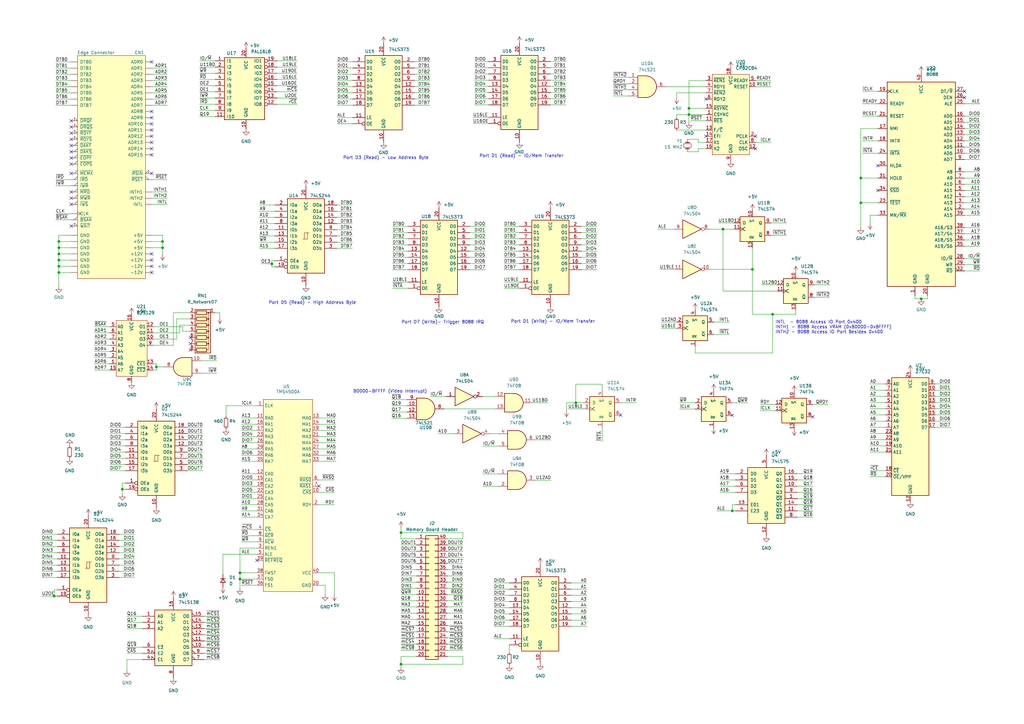
<source format=kicad_sch>
(kicad_sch (version 20211123) (generator eeschema)
  (paper "A3")
  (title_block (title "Titan QX-PC Expansion Card") (date "2022-05-17") (rev "Preliminary"))
  (junction (at 353.06 73.025))
  (junction (at 98.425 234.95))
  (junction (at 353.06 83.185))
  (junction (at 316.865 128.905))
  (junction (at 282.575 44.45))
  (junction (at 300.355 209.55))
  (junction (at 377.825 122.555))
  (junction (at 296.545 93.98))
  (junction (at 24.13 111.76))
  (junction (at 22.225 244.475))
  (junction (at 98.425 237.49))
  (junction (at 282.575 46.99))
  (junction (at 164.465 272.415))
  (junction (at 164.465 218.44))
  (junction (at 24.13 104.14))
  (junction (at 50.165 200.66))
  (junction (at 66.675 101.6))
  (junction (at 24.13 99.06))
  (junction (at 66.675 99.06))
  (junction (at 24.13 109.22))
  (junction (at 308.61 110.49))
  (junction (at 111.506 108.204))
  (junction (at 24.13 106.68))
  (junction (at 64.135 150.495))
  (junction (at 24.13 101.6))
  (junction (at 236.1692 165.1762))
  (no_connect (at 360.045 67.945))
  (no_connect (at 62.23 55.88))
  (no_connect (at 62.23 53.34))
  (no_connect (at 62.23 50.8))
  (no_connect (at 62.23 48.26))
  (no_connect (at 62.23 63.5))
  (no_connect (at 62.23 60.96))
  (no_connect (at 62.23 58.42))
  (no_connect (at 29.21 49.53))
  (no_connect (at 29.21 54.61))
  (no_connect (at 29.21 78.74))
  (no_connect (at 29.21 92.71))
  (no_connect (at 29.21 59.69))
  (no_connect (at 29.21 64.77))
  (no_connect (at 62.23 71.12))
  (no_connect (at 62.23 25.4))
  (no_connect (at 254.5842 170.2562))
  (no_connect (at 300.3296 170.307))
  (no_connect (at 333.3496 170.942))
  (no_connect (at 78.105 138.43))
  (no_connect (at 78.105 140.97))
  (no_connect (at 78.105 143.51))
  (no_connect (at 395.605 37.465))
  (no_connect (at 395.605 40.005))
  (no_connect (at 360.045 78.105))
  (no_connect (at 289.56 55.88))
  (no_connect (at 289.56 40.64))
  (no_connect (at 130.81 199.39))
  (no_connect (at 105.41 229.87))
  (no_connect (at 309.88 55.88))
  (no_connect (at 309.88 60.96))
  (no_connect (at 62.23 45.72))
  (no_connect (at 29.21 52.07))
  (no_connect (at 29.21 83.82))
  (no_connect (at 29.21 81.28))
  (no_connect (at 29.21 67.31))
  (no_connect (at 29.21 71.12))
  (no_connect (at 29.21 62.23))
  (no_connect (at 29.21 57.15))
  (no_connect (at 62.23 104.14))
  (no_connect (at 62.23 106.68))
  (no_connect (at 62.23 109.22))
  (no_connect (at 62.23 111.76))
  (wire (pts (xy 286.385 60.96) (xy 286.385 62.23)))
  (wire (pts (xy 206.7052 115.697) (xy 213.0552 115.697)))
  (wire (pts (xy 192.7352 105.537) (xy 199.0852 105.537)))
  (wire (pts (xy 294.64 91.44) (xy 300.99 91.44)))
  (wire (pts (xy 308.61 128.905) (xy 308.61 110.49)))
  (wire (pts (xy 91.44 227.33) (xy 91.44 235.585)))
  (wire (pts (xy 62.23 73.66) (xy 68.58 73.66)))
  (wire (pts (xy 170.0276 30.4292) (xy 176.3776 30.4292)))
  (wire (pts (xy 160.9852 102.997) (xy 167.3352 102.997)))
  (wire (pts (xy 383.54 172.72) (xy 389.89 172.72)))
  (wire (pts (xy 183.515 264.16) (xy 189.865 264.16)))
  (wire (pts (xy 225.7552 35.4076) (xy 232.1052 35.4076)))
  (wire (pts (xy 98.425 224.79) (xy 98.425 234.95)))
  (wire (pts (xy 301.625 207.01) (xy 300.355 207.01)))
  (wire (pts (xy 164.465 272.415) (xy 164.465 273.685)))
  (wire (pts (xy 81.8642 27.5082) (xy 88.2142 27.5082)))
  (wire (pts (xy 64.135 150.495) (xy 64.135 151.765)))
  (wire (pts (xy 48.895 221.615) (xy 55.245 221.615)))
  (wire (pts (xy 62.23 43.18) (xy 68.58 43.18)))
  (wire (pts (xy 38.735 149.225) (xy 45.085 149.225)))
  (wire (pts (xy 232.9942 167.7162) (xy 239.3442 167.7162)))
  (wire (pts (xy 58.42 270.51) (xy 52.07 270.51)))
  (wire (pts (xy 92.71 170.815) (xy 92.71 166.37)))
  (wire (pts (xy 206.7052 92.837) (xy 213.0552 92.837)))
  (wire (pts (xy 22.86 30.48) (xy 29.21 30.48)))
  (wire (pts (xy 164.465 266.7) (xy 170.815 266.7)))
  (wire (pts (xy 76.835 190.5) (xy 83.185 190.5)))
  (wire (pts (xy 353.06 83.185) (xy 353.06 93.345)))
  (wire (pts (xy 206.7052 102.997) (xy 213.0552 102.997)))
  (wire (pts (xy 251.46 34.29) (xy 257.81 34.29)))
  (wire (pts (xy 52.07 267.97) (xy 58.42 267.97)))
  (wire (pts (xy 66.675 96.52) (xy 66.675 99.06)))
  (wire (pts (xy 353.06 52.705) (xy 360.045 52.705)))
  (wire (pts (xy 356.87 167.64) (xy 363.22 167.64)))
  (wire (pts (xy 62.23 101.6) (xy 66.675 101.6)))
  (wire (pts (xy 81.8642 37.6682) (xy 88.2142 37.6682)))
  (wire (pts (xy 360.045 88.265) (xy 356.87 88.265)))
  (wire (pts (xy 164.465 236.22) (xy 170.815 236.22)))
  (wire (pts (xy 72.39 130.81) (xy 78.105 130.81)))
  (wire (pts (xy 81.8642 32.5882) (xy 88.2142 32.5882)))
  (wire (pts (xy 309.88 35.56) (xy 316.23 35.56)))
  (wire (pts (xy 356.87 172.72) (xy 363.22 172.72)))
  (wire (pts (xy 395.605 78.105) (xy 401.955 78.105)))
  (wire (pts (xy 289.56 33.02) (xy 282.575 33.02)))
  (wire (pts (xy 81.8642 40.2082) (xy 88.2142 40.2082)))
  (wire (pts (xy 106.426 91.694) (xy 112.776 91.694)))
  (wire (pts (xy 24.13 109.22) (xy 29.21 109.22)))
  (wire (pts (xy 234.2896 251.7902) (xy 240.6396 251.7902)))
  (wire (pts (xy 206.7052 108.077) (xy 213.0552 108.077)))
  (wire (pts (xy 138.176 89.154) (xy 144.526 89.154)))
  (wire (pts (xy 192.7352 100.457) (xy 199.0852 100.457)))
  (wire (pts (xy 383.54 160.02) (xy 389.89 160.02)))
  (wire (pts (xy 138.2776 35.5092) (xy 144.6276 35.5092)))
  (wire (pts (xy 48.895 226.695) (xy 55.245 226.695)))
  (wire (pts (xy 395.605 62.865) (xy 401.955 62.865)))
  (wire (pts (xy 225.7552 30.3276) (xy 232.1052 30.3276)))
  (wire (pts (xy 395.605 47.625) (xy 401.955 47.625)))
  (wire (pts (xy 192.7352 110.617) (xy 199.0852 110.617)))
  (wire (pts (xy 395.605 50.165) (xy 401.955 50.165)))
  (wire (pts (xy 130.81 207.01) (xy 137.16 207.01)))
  (wire (pts (xy 164.465 241.3) (xy 170.815 241.3)))
  (wire (pts (xy 194.6402 32.8676) (xy 200.3552 32.8676)))
  (wire (pts (xy 356.87 195.58) (xy 363.22 195.58)))
  (wire (pts (xy 17.145 236.855) (xy 23.495 236.855)))
  (wire (pts (xy 183.515 236.22) (xy 189.865 236.22)))
  (wire (pts (xy 333.3496 165.862) (xy 339.6996 165.862)))
  (wire (pts (xy 133.35 240.03) (xy 133.35 243.84)))
  (wire (pts (xy 48.895 236.855) (xy 55.245 236.855)))
  (wire (pts (xy 45.085 180.34) (xy 51.435 180.34)))
  (wire (pts (xy 72.39 139.065) (xy 72.39 130.81)))
  (wire (pts (xy 296.545 119.38) (xy 296.545 93.98)))
  (wire (pts (xy 170.0276 40.5892) (xy 176.3776 40.5892)))
  (wire (pts (xy 206.7052 95.377) (xy 213.0552 95.377)))
  (wire (pts (xy 88.9 147.955) (xy 82.55 147.955)))
  (wire (pts (xy 164.465 238.76) (xy 170.815 238.76)))
  (wire (pts (xy 291.465 93.98) (xy 296.545 93.98)))
  (wire (pts (xy 22.86 73.66) (xy 29.21 73.66)))
  (wire (pts (xy 395.605 95.885) (xy 401.955 95.885)))
  (wire (pts (xy 160.6042 168.9862) (xy 166.9542 168.9862)))
  (wire (pts (xy 99.06 201.93) (xy 105.41 201.93)))
  (wire (pts (xy 271.145 132.08) (xy 277.495 132.08)))
  (wire (pts (xy 192.7352 102.997) (xy 199.0852 102.997)))
  (wire (pts (xy 295.275 194.31) (xy 301.625 194.31)))
  (wire (pts (xy 99.06 222.25) (xy 105.41 222.25)))
  (wire (pts (xy 356.87 170.18) (xy 363.22 170.18)))
  (wire (pts (xy 24.13 109.22) (xy 24.13 111.76)))
  (wire (pts (xy 83.82 257.81) (xy 90.17 257.81)))
  (wire (pts (xy 99.06 171.45) (xy 105.41 171.45)))
  (wire (pts (xy 183.515 256.54) (xy 189.865 256.54)))
  (wire (pts (xy 62.23 81.28) (xy 68.58 81.28)))
  (wire (pts (xy 219.6592 180.4162) (xy 226.0092 180.4162)))
  (wire (pts (xy 138.176 84.074) (xy 144.526 84.074)))
  (wire (pts (xy 99.06 199.39) (xy 105.41 199.39)))
  (wire (pts (xy 83.82 262.89) (xy 90.17 262.89)))
  (wire (pts (xy 234.2896 244.1702) (xy 240.6396 244.1702)))
  (wire (pts (xy 90.17 128.27) (xy 90.17 130.175)))
  (wire (pts (xy 383.54 175.26) (xy 389.89 175.26)))
  (wire (pts (xy 106.426 101.854) (xy 112.776 101.854)))
  (wire (pts (xy 62.23 35.56) (xy 68.58 35.56)))
  (wire (pts (xy 48.895 231.775) (xy 55.245 231.775)))
  (wire (pts (xy 164.465 264.16) (xy 170.815 264.16)))
  (wire (pts (xy 24.13 106.68) (xy 29.21 106.68)))
  (wire (pts (xy 380.365 121.285) (xy 380.365 122.555)))
  (wire (pts (xy 106.426 99.314) (xy 112.776 99.314)))
  (wire (pts (xy 278.7396 167.767) (xy 285.0896 167.767)))
  (wire (pts (xy 295.275 196.85) (xy 301.625 196.85)))
  (wire (pts (xy 277.495 46.99) (xy 282.575 46.99)))
  (wire (pts (xy 24.13 99.06) (xy 29.21 99.06)))
  (wire (pts (xy 138.2776 27.8892) (xy 144.6276 27.8892)))
  (wire (pts (xy 22.86 33.02) (xy 29.21 33.02)))
  (wire (pts (xy 183.515 254) (xy 189.865 254)))
  (wire (pts (xy 183.515 220.98) (xy 189.865 220.98)))
  (wire (pts (xy 327.025 199.39) (xy 333.375 199.39)))
  (wire (pts (xy 353.695 42.545) (xy 360.045 42.545)))
  (wire (pts (xy 71.12 128.27) (xy 71.12 141.605)))
  (wire (pts (xy 238.4552 105.537) (xy 244.8052 105.537)))
  (wire (pts (xy 52.07 257.81) (xy 58.42 257.81)))
  (wire (pts (xy 113.6142 32.5882) (xy 121.8692 32.5882)))
  (wire (pts (xy 334.01 116.84) (xy 340.36 116.84)))
  (wire (pts (xy 62.23 30.48) (xy 68.58 30.48)))
  (wire (pts (xy 24.13 106.68) (xy 24.13 109.22)))
  (wire (pts (xy 251.46 31.75) (xy 257.81 31.75)))
  (wire (pts (xy 395.605 111.125) (xy 401.955 111.125)))
  (wire (pts (xy 278.7396 165.227) (xy 285.0896 165.227)))
  (wire (pts (xy 22.225 241.935) (xy 22.225 244.475)))
  (wire (pts (xy 160.6042 163.9062) (xy 166.9542 163.9062)))
  (wire (pts (xy 73.66 136.525) (xy 73.66 133.35)))
  (wire (pts (xy 183.515 238.76) (xy 189.865 238.76)))
  (wire (pts (xy 130.81 186.69) (xy 137.795 186.69)))
  (wire (pts (xy 66.675 101.6) (xy 66.675 104.14)))
  (wire (pts (xy 194.6402 30.3276) (xy 200.3552 30.3276)))
  (wire (pts (xy 62.23 78.74) (xy 68.58 78.74)))
  (wire (pts (xy 295.275 199.39) (xy 301.625 199.39)))
  (wire (pts (xy 99.06 240.03) (xy 105.41 240.03)))
  (wire (pts (xy 282.575 44.45) (xy 289.56 44.45)))
  (wire (pts (xy 183.515 243.84) (xy 189.865 243.84)))
  (wire (pts (xy 76.835 177.8) (xy 83.185 177.8)))
  (wire (pts (xy 316.865 144.78) (xy 285.115 144.78)))
  (wire (pts (xy 206.7052 118.237) (xy 213.0552 118.237)))
  (wire (pts (xy 395.605 85.725) (xy 401.955 85.725)))
  (wire (pts (xy 356.87 193.04) (xy 363.22 193.04)))
  (wire (pts (xy 327.025 194.31) (xy 333.375 194.31)))
  (wire (pts (xy 113.6142 30.0482) (xy 121.8692 30.0482)))
  (wire (pts (xy 277.495 38.1) (xy 277.495 40.005)))
  (wire (pts (xy 160.9852 92.837) (xy 167.3352 92.837)))
  (wire (pts (xy 218.3892 165.1762) (xy 224.7392 165.1762)))
  (wire (pts (xy 356.87 182.88) (xy 363.22 182.88)))
  (wire (pts (xy 130.81 171.45) (xy 137.795 171.45)))
  (wire (pts (xy 239.3442 165.1762) (xy 236.1692 165.1762)))
  (wire (pts (xy 99.06 176.53) (xy 105.41 176.53)))
  (wire (pts (xy 286.385 58.42) (xy 286.385 57.15)))
  (wire (pts (xy 130.81 179.07) (xy 137.795 179.07)))
  (wire (pts (xy 17.145 221.615) (xy 23.495 221.615)))
  (wire (pts (xy 291.465 110.49) (xy 308.61 110.49)))
  (wire (pts (xy 99.06 207.01) (xy 105.41 207.01)))
  (wire (pts (xy 38.735 136.525) (xy 45.085 136.525)))
  (wire (pts (xy 62.23 33.02) (xy 68.58 33.02)))
  (wire (pts (xy 183.515 233.68) (xy 189.865 233.68)))
  (wire (pts (xy 62.23 83.82) (xy 68.58 83.82)))
  (wire (pts (xy 99.06 204.47) (xy 105.41 204.47)))
  (wire (pts (xy 138.2776 40.5892) (xy 144.6276 40.5892)))
  (wire (pts (xy 164.465 269.24) (xy 170.815 269.24)))
  (wire (pts (xy 236.1692 165.1762) (xy 232.3592 165.1762)))
  (wire (pts (xy 189.865 269.24) (xy 189.865 272.415)))
  (wire (pts (xy 112.776 106.934) (xy 111.506 106.934)))
  (wire (pts (xy 395.605 52.705) (xy 401.955 52.705)))
  (wire (pts (xy 91.44 227.33) (xy 105.41 227.33)))
  (wire (pts (xy 164.465 226.06) (xy 170.815 226.06)))
  (wire (pts (xy 22.86 25.4) (xy 29.21 25.4)))
  (wire (pts (xy 183.515 228.6) (xy 189.865 228.6)))
  (wire (pts (xy 138.2776 38.0492) (xy 144.6276 38.0492)))
  (wire (pts (xy 138.176 99.314) (xy 144.526 99.314)))
  (wire (pts (xy 208.8896 264.4902) (xy 208.8896 267.6652)))
  (wire (pts (xy 377.825 122.555) (xy 380.365 122.555)))
  (wire (pts (xy 198.0692 194.3862) (xy 204.4192 194.3862)))
  (wire (pts (xy 74.93 135.89) (xy 78.105 135.89)))
  (wire (pts (xy 99.06 217.17) (xy 105.41 217.17)))
  (wire (pts (xy 282.575 33.02) (xy 282.575 44.45)))
  (wire (pts (xy 192.7352 92.837) (xy 199.0852 92.837)))
  (wire (pts (xy 164.465 243.84) (xy 170.815 243.84)))
  (wire (pts (xy 24.13 99.06) (xy 24.13 101.6)))
  (wire (pts (xy 138.176 86.614) (xy 144.526 86.614)))
  (wire (pts (xy 99.06 209.55) (xy 105.41 209.55)))
  (wire (pts (xy 76.835 185.42) (xy 83.185 185.42)))
  (wire (pts (xy 183.515 259.08) (xy 189.865 259.08)))
  (wire (pts (xy 182.1942 167.7162) (xy 203.1492 167.7162)))
  (wire (pts (xy 99.06 212.09) (xy 105.41 212.09)))
  (wire (pts (xy 17.145 226.695) (xy 23.495 226.695)))
  (wire (pts (xy 192.7352 108.077) (xy 199.0852 108.077)))
  (wire (pts (xy 327.025 201.93) (xy 333.375 201.93)))
  (wire (pts (xy 281.94 57.15) (xy 286.385 57.15)))
  (wire (pts (xy 176.4792 162.6362) (xy 182.8292 162.6362)))
  (wire (pts (xy 48.895 234.315) (xy 55.245 234.315)))
  (wire (pts (xy 164.465 259.08) (xy 170.815 259.08)))
  (wire (pts (xy 81.8642 24.9682) (xy 88.2142 24.9682)))
  (wire (pts (xy 113.6142 35.1282) (xy 121.8692 35.1282)))
  (wire (pts (xy 99.06 196.85) (xy 105.41 196.85)))
  (wire (pts (xy 76.835 180.34) (xy 83.185 180.34)))
  (wire (pts (xy 164.465 269.24) (xy 164.465 272.415)))
  (wire (pts (xy 292.735 132.08) (xy 299.085 132.08)))
  (wire (pts (xy 76.835 182.88) (xy 83.185 182.88)))
  (wire (pts (xy 164.465 233.68) (xy 170.815 233.68)))
  (wire (pts (xy 24.13 96.52) (xy 24.13 99.06)))
  (wire (pts (xy 99.06 181.61) (xy 105.41 181.61)))
  (wire (pts (xy 78.105 128.27) (xy 71.12 128.27)))
  (wire (pts (xy 356.87 88.265) (xy 356.87 91.44)))
  (wire (pts (xy 138.2776 43.1292) (xy 144.6276 43.1292)))
  (wire (pts (xy 281.94 62.23) (xy 286.385 62.23)))
  (wire (pts (xy 106.426 86.614) (xy 112.776 86.614)))
  (wire (pts (xy 111.506 106.934) (xy 111.506 108.204)))
  (wire (pts (xy 225.7552 32.8676) (xy 232.1052 32.8676)))
  (wire (pts (xy 356.87 180.34) (xy 363.22 180.34)))
  (wire (pts (xy 138.2776 50.7492) (xy 144.6276 50.7492)))
  (wire (pts (xy 238.4552 102.997) (xy 244.8052 102.997)))
  (wire (pts (xy 277.495 48.26) (xy 277.495 46.99)))
  (wire (pts (xy 395.605 98.425) (xy 401.955 98.425)))
  (wire (pts (xy 138.2776 25.3492) (xy 144.6276 25.3492)))
  (wire (pts (xy 113.6142 42.7482) (xy 121.8692 42.7482)))
  (wire (pts (xy 138.176 94.234) (xy 144.526 94.234)))
  (wire (pts (xy 17.145 219.075) (xy 23.495 219.075)))
  (wire (pts (xy 353.695 57.785) (xy 360.045 57.785)))
  (wire (pts (xy 271.145 134.62) (xy 277.495 134.62)))
  (wire (pts (xy 194.6402 43.0276) (xy 200.3552 43.0276)))
  (wire (pts (xy 254.5842 165.1762) (xy 260.9342 165.1762)))
  (wire (pts (xy 83.82 260.35) (xy 90.17 260.35)))
  (wire (pts (xy 202.5396 239.0902) (xy 208.8896 239.0902)))
  (wire (pts (xy 76.835 193.04) (xy 83.185 193.04)))
  (wire (pts (xy 111.506 108.204) (xy 111.506 109.474)))
  (wire (pts (xy 219.6592 196.9262) (xy 226.0092 196.9262)))
  (wire (pts (xy 296.545 119.38) (xy 318.77 119.38)))
  (wire (pts (xy 206.7052 105.537) (xy 213.0552 105.537)))
  (wire (pts (xy 52.07 265.43) (xy 58.42 265.43)))
  (wire (pts (xy 45.085 187.96) (xy 51.435 187.96)))
  (wire (pts (xy 395.605 83.185) (xy 401.955 83.185)))
  (wire (pts (xy 282.575 46.99) (xy 289.56 46.99)))
  (wire (pts (xy 170.0276 38.0492) (xy 176.3776 38.0492)))
  (wire (pts (xy 111.506 109.474) (xy 112.776 109.474)))
  (wire (pts (xy 311.7596 168.402) (xy 318.1096 168.402)))
  (wire (pts (xy 327.025 196.85) (xy 333.375 196.85)))
  (wire (pts (xy 113.6142 24.9682) (xy 121.8692 24.9682)))
  (wire (pts (xy 296.545 93.98) (xy 300.99 93.98)))
  (wire (pts (xy 198.0692 162.6362) (xy 203.1492 162.6362)))
  (wire (pts (xy 24.13 104.14) (xy 29.21 104.14)))
  (wire (pts (xy 130.81 240.03) (xy 133.35 240.03)))
  (wire (pts (xy 194.0052 48.1076) (xy 200.3552 48.1076)))
  (wire (pts (xy 170.0276 27.8892) (xy 176.3776 27.8892)))
  (wire (pts (xy 22.86 38.1) (xy 29.21 38.1)))
  (wire (pts (xy 300.355 207.01) (xy 300.355 209.55)))
  (wire (pts (xy 88.265 128.27) (xy 90.17 128.27)))
  (wire (pts (xy 22.225 244.475) (xy 23.495 244.475)))
  (wire (pts (xy 130.81 234.95) (xy 137.16 234.95)))
  (wire (pts (xy 294.005 209.55) (xy 300.355 209.55)))
  (wire (pts (xy 138.2776 48.2092) (xy 144.6276 48.2092)))
  (wire (pts (xy 179.6542 177.8762) (xy 186.0042 177.8762)))
  (wire (pts (xy 48.895 224.155) (xy 55.245 224.155)))
  (wire (pts (xy 64.135 149.225) (xy 64.135 150.495)))
  (wire (pts (xy 282.575 44.45) (xy 282.575 46.99)))
  (wire (pts (xy 395.605 42.545) (xy 401.955 42.545)))
  (wire (pts (xy 22.86 76.2) (xy 29.21 76.2)))
  (wire (pts (xy 38.735 146.685) (xy 45.085 146.685)))
  (wire (pts (xy 164.465 248.92) (xy 170.815 248.92)))
  (wire (pts (xy 383.54 165.1) (xy 389.89 165.1)))
  (wire (pts (xy 24.13 111.76) (xy 24.13 117.475)))
  (wire (pts (xy 383.54 167.64) (xy 389.89 167.64)))
  (wire (pts (xy 192.7352 95.377) (xy 199.0852 95.377)))
  (wire (pts (xy 17.145 224.155) (xy 23.495 224.155)))
  (wire (pts (xy 130.81 173.99) (xy 137.795 173.99)))
  (wire (pts (xy 269.875 93.98) (xy 276.225 93.98)))
  (wire (pts (xy 192.7352 97.917) (xy 199.0852 97.917)))
  (wire (pts (xy 160.9852 97.917) (xy 167.3352 97.917)))
  (wire (pts (xy 238.4552 108.077) (xy 244.8052 108.077)))
  (wire (pts (xy 238.4552 110.617) (xy 244.8052 110.617)))
  (wire (pts (xy 160.9852 108.077) (xy 167.3352 108.077)))
  (wire (pts (xy 164.465 228.6) (xy 170.815 228.6)))
  (wire (pts (xy 308.61 128.905) (xy 316.865 128.905)))
  (wire (pts (xy 202.5396 241.6302) (xy 208.8896 241.6302)))
  (wire (pts (xy 130.81 201.93) (xy 137.16 201.93)))
  (wire (pts (xy 194.6402 37.9476) (xy 200.3552 37.9476)))
  (wire (pts (xy 356.87 160.02) (xy 363.22 160.02)))
  (wire (pts (xy 160.9852 118.237) (xy 167.3352 118.237)))
  (wire (pts (xy 38.735 141.605) (xy 45.085 141.605)))
  (wire (pts (xy 88.9 153.035) (xy 82.55 153.035)))
  (wire (pts (xy 52.07 255.27) (xy 58.42 255.27)))
  (wire (pts (xy 98.425 234.95) (xy 105.41 234.95)))
  (wire (pts (xy 22.86 87.63) (xy 29.21 87.63)))
  (wire (pts (xy 183.515 226.06) (xy 189.865 226.06)))
  (wire (pts (xy 285.115 144.78) (xy 285.115 142.24)))
  (wire (pts (xy 238.4552 97.917) (xy 244.8052 97.917)))
  (wire (pts (xy 164.465 231.14) (xy 170.815 231.14)))
  (wire (pts (xy 183.515 251.46) (xy 189.865 251.46)))
  (wire (pts (xy 81.8642 47.8282) (xy 88.2142 47.8282)))
  (wire (pts (xy 160.9852 115.697) (xy 167.3352 115.697)))
  (wire (pts (xy 164.465 223.52) (xy 170.815 223.52)))
  (wire (pts (xy 202.5396 261.9502) (xy 208.8896 261.9502)))
  (wire (pts (xy 160.9852 105.537) (xy 167.3352 105.537)))
  (wire (pts (xy 106.426 84.074) (xy 112.776 84.074)))
  (wire (pts (xy 105.41 224.79) (xy 98.425 224.79)))
  (wire (pts (xy 383.54 162.56) (xy 389.89 162.56)))
  (wire (pts (xy 395.605 93.345) (xy 401.955 93.345)))
  (wire (pts (xy 81.8642 42.7482) (xy 88.2142 42.7482)))
  (wire (pts (xy 160.9852 110.617) (xy 167.3352 110.617)))
  (wire (pts (xy 395.605 88.265) (xy 401.955 88.265)))
  (wire (pts (xy 81.8642 45.2882) (xy 88.2142 45.2882)))
  (wire (pts (xy 225.7552 43.0276) (xy 232.1052 43.0276)))
  (wire (pts (xy 234.2896 246.7102) (xy 240.6396 246.7102)))
  (wire (pts (xy 395.605 65.405) (xy 401.955 65.405)))
  (wire (pts (xy 353.695 37.465) (xy 360.045 37.465)))
  (wire (pts (xy 83.82 267.97) (xy 90.17 267.97)))
  (wire (pts (xy 22.86 35.56) (xy 29.21 35.56)))
  (wire (pts (xy 164.465 254) (xy 170.815 254)))
  (wire (pts (xy 202.5396 254.3302) (xy 208.8896 254.3302)))
  (wire (pts (xy 270.51 110.49) (xy 276.225 110.49)))
  (wire (pts (xy 238.4552 95.377) (xy 244.8052 95.377)))
  (wire (pts (xy 83.82 265.43) (xy 90.17 265.43)))
  (wire (pts (xy 99.06 184.15) (xy 105.41 184.15)))
  (wire (pts (xy 234.2896 241.6302) (xy 240.6396 241.6302)))
  (wire (pts (xy 160.9852 100.457) (xy 167.3352 100.457)))
  (wire (pts (xy 17.145 231.775) (xy 23.495 231.775)))
  (wire (pts (xy 234.2896 249.2502) (xy 240.6396 249.2502)))
  (wire (pts (xy 292.735 137.16) (xy 299.085 137.16)))
  (wire (pts (xy 170.0276 43.1292) (xy 176.3776 43.1292)))
  (wire (pts (xy 38.735 133.985) (xy 45.085 133.985)))
  (wire (pts (xy 24.13 104.14) (xy 24.13 106.68)))
  (wire (pts (xy 99.06 189.23) (xy 105.41 189.23)))
  (wire (pts (xy 383.54 170.18) (xy 389.89 170.18)))
  (wire (pts (xy 164.465 218.44) (xy 189.865 218.44)))
  (wire (pts (xy 189.865 218.44) (xy 189.865 220.98)))
  (wire (pts (xy 99.06 173.99) (xy 105.41 173.99)))
  (wire (pts (xy 194.6402 27.7876) (xy 200.3552 27.7876)))
  (wire (pts (xy 170.0276 25.3492) (xy 176.3776 25.3492)))
  (wire (pts (xy 312.42 116.84) (xy 318.77 116.84)))
  (wire (pts (xy 395.605 108.585) (xy 401.955 108.585)))
  (wire (pts (xy 164.465 246.38) (xy 170.815 246.38)))
  (wire (pts (xy 375.285 121.285) (xy 375.285 122.555)))
  (wire (pts (xy 92.71 166.37) (xy 105.41 166.37)))
  (wire (pts (xy 62.865 133.985) (xy 74.93 133.985)))
  (wire (pts (xy 106.426 94.234) (xy 112.776 94.234)))
  (wire (pts (xy 66.675 99.06) (xy 66.675 101.6)))
  (wire (pts (xy 62.23 38.1) (xy 68.58 38.1)))
  (wire (pts (xy 236.1692 157.5562) (xy 246.9642 157.5562)))
  (wire (pts (xy 395.605 73.025) (xy 401.955 73.025)))
  (wire (pts (xy 300.355 209.55) (xy 301.625 209.55)))
  (wire (pts (xy 353.06 73.025) (xy 360.045 73.025)))
  (wire (pts (xy 113.6142 27.5082) (xy 121.8692 27.5082)))
  (wire (pts (xy 300.3296 165.227) (xy 306.6796 165.227)))
  (wire (pts (xy 289.56 58.42) (xy 286.385 58.42)))
  (wire (pts (xy 356.87 177.8) (xy 363.22 177.8)))
  (wire (pts (xy 356.87 162.56) (xy 363.22 162.56)))
  (wire (pts (xy 98.425 237.49) (xy 105.41 237.49)))
  (wire (pts (xy 74.93 133.985) (xy 74.93 135.89)))
  (wire (pts (xy 316.23 91.44) (xy 322.58 91.44)))
  (wire (pts (xy 238.4552 100.457) (xy 244.8052 100.457)))
  (wire (pts (xy 395.605 80.645) (xy 401.955 80.645)))
  (wire (pts (xy 45.085 185.42) (xy 51.435 185.42)))
  (wire (pts (xy 234.2896 256.8702) (xy 240.6396 256.8702)))
  (wire (pts (xy 64.135 150.495) (xy 67.31 150.495)))
  (wire (pts (xy 83.82 255.27) (xy 90.17 255.27)))
  (wire (pts (xy 206.7052 110.617) (xy 213.0552 110.617)))
  (wire (pts (xy 138.176 91.694) (xy 144.526 91.694)))
  (wire (pts (xy 295.275 201.93) (xy 301.625 201.93)))
  (wire (pts (xy 76.835 175.26) (xy 83.185 175.26)))
  (wire (pts (xy 202.5396 244.1702) (xy 208.8896 244.1702)))
  (wire (pts (xy 277.495 53.34) (xy 289.56 53.34)))
  (wire (pts (xy 64.135 151.765) (xy 62.865 151.765)))
  (wire (pts (xy 62.865 149.225) (xy 64.135 149.225)))
  (wire (pts (xy 23.495 241.935) (xy 22.225 241.935)))
  (wire (pts (xy 130.81 176.53) (xy 137.795 176.53)))
  (wire (pts (xy 356.87 165.1) (xy 363.22 165.1)))
  (wire (pts (xy 316.865 128.905) (xy 326.39 128.905)))
  (wire (pts (xy 282.575 46.99) (xy 282.575 50.165)))
  (wire (pts (xy 334.01 121.92) (xy 340.36 121.92)))
  (wire (pts (xy 22.86 43.18) (xy 29.21 43.18)))
  (wire (pts (xy 327.025 212.09) (xy 333.375 212.09)))
  (wire (pts (xy 17.145 234.315) (xy 23.495 234.315)))
  (wire (pts (xy 183.515 261.62) (xy 189.865 261.62)))
  (wire (pts (xy 83.82 270.51) (xy 90.17 270.51)))
  (wire (pts (xy 22.86 40.64) (xy 29.21 40.64)))
  (wire (pts (xy 45.085 175.26) (xy 51.435 175.26)))
  (wire (pts (xy 138.176 96.774) (xy 144.526 96.774)))
  (wire (pts (xy 138.2776 32.9692) (xy 144.6276 32.9692)))
  (wire (pts (xy 327.025 204.47) (xy 333.375 204.47)))
  (wire (pts (xy 326.39 127) (xy 326.39 128.905)))
  (wire (pts (xy 38.735 139.065) (xy 45.085 139.065)))
  (wire (pts (xy 29.21 96.52) (xy 24.13 96.52)))
  (wire (pts (xy 194.6402 40.4876) (xy 200.3552 40.4876)))
  (wire (pts (xy 38.735 151.765) (xy 45.085 151.765)))
  (wire (pts (xy 130.81 184.15) (xy 137.795 184.15)))
  (wire (pts (xy 99.06 194.31) (xy 105.41 194.31)))
  (wire (pts (xy 183.515 223.52) (xy 189.865 223.52)))
  (wire (pts (xy 356.87 185.42) (xy 363.22 185.42)))
  (wire (pts (xy 234.2896 239.0902) (xy 240.6396 239.0902)))
  (wire (pts (xy 24.13 101.6) (xy 24.13 104.14)))
  (wire (pts (xy 251.46 39.37) (xy 257.81 39.37)))
  (wire (pts (xy 138.2776 30.4292) (xy 144.6276 30.4292)))
  (wire (pts (xy 160.9852 95.377) (xy 167.3352 95.377)))
  (wire (pts (xy 183.515 246.38) (xy 189.865 246.38)))
  (wire (pts (xy 164.465 251.46) (xy 170.815 251.46)))
  (wire (pts (xy 183.515 231.14) (xy 189.865 231.14)))
  (wire (pts (xy 183.515 248.92) (xy 189.865 248.92)))
  (wire (pts (xy 45.085 177.8) (xy 51.435 177.8)))
  (wire (pts (xy 164.465 256.54) (xy 170.815 256.54)))
  (wire (pts (xy 62.865 141.605) (xy 71.12 141.605)))
  (wire (pts (xy 62.23 40.64) (xy 68.58 40.64)))
  (wire (pts (xy 51.435 198.12) (xy 50.165 198.12)))
  (wire (pts (xy 395.605 60.325) (xy 401.955 60.325)))
  (wire (pts (xy 113.6142 40.2082) (xy 121.8692 40.2082)))
  (wire (pts (xy 76.835 187.96) (xy 83.185 187.96)))
  (wire (pts (xy 98.425 234.95) (xy 98.425 237.49)))
  (wire (pts (xy 194.0052 50.6476) (xy 200.3552 50.6476)))
  (wire (pts (xy 17.145 229.235) (xy 23.495 229.235)))
  (wire (pts (xy 107.061 108.204) (xy 111.506 108.204)))
  (wire (pts (xy 45.085 182.88) (xy 51.435 182.88)))
  (wire (pts (xy 273.05 35.56) (xy 289.56 35.56)))
  (wire (pts (xy 17.145 244.475) (xy 22.225 244.475)))
  (wire (pts (xy 130.81 196.85) (xy 137.16 196.85)))
  (wire (pts (xy 106.426 96.774) (xy 112.776 96.774)))
  (wire (pts (xy 225.7552 27.7876) (xy 232.1052 27.7876)))
  (wire (pts (xy 383.54 157.48) (xy 389.89 157.48)))
  (wire (pts (xy 283.21 49.53) (xy 289.56 49.53)))
  (wire (pts (xy 183.515 241.3) (xy 189.865 241.3)))
  (wire (pts (xy 164.465 220.98) (xy 170.815 220.98)))
  (wire (pts (xy 24.13 111.76) (xy 29.21 111.76)))
  (wire (pts (xy 183.515 266.7) (xy 189.865 266.7)))
  (wire (pts (xy 225.7552 40.4876) (xy 232.1052 40.4876)))
  (wire (pts (xy 73.66 133.35) (xy 78.105 133.35)))
  (wire (pts (xy 48.895 229.235) (xy 55.245 229.235)))
  (wire (pts (xy 395.605 55.245) (xy 401.955 55.245)))
  (wire (pts (xy 170.0276 35.5092) (xy 176.3776 35.5092)))
  (wire (pts (xy 353.06 73.025) (xy 353.06 52.705)))
  (wire (pts (xy 316.865 128.905) (xy 316.865 144.78)))
  (wire (pts (xy 198.0692 199.4662) (xy 204.4192 199.4662)))
  (wire (pts (xy 130.81 189.23) (xy 137.795 189.23)))
  (wire (pts (xy 62.865 139.065) (xy 72.39 139.065)))
  (wire (pts (xy 62.865 136.525) (xy 73.66 136.525)))
  (wire (pts (xy 360.045 83.185) (xy 353.06 83.185)))
  (wire (pts (xy 164.465 216.535) (xy 164.465 218.44)))
  (wire (pts (xy 99.06 179.07) (xy 105.41 179.07)))
  (wire (pts (xy 311.7596 165.862) (xy 318.1096 165.862)))
  (wire (pts (xy 289.56 60.96) (xy 286.385 60.96)))
  (wire (pts (xy 98.425 237.49) (xy 98.425 241.3)))
  (wire (pts (xy 81.8642 30.0482) (xy 88.2142 30.0482)))
  (wire (pts (xy 164.465 220.98) (xy 164.465 218.44)))
  (wire (pts (xy 50.165 200.66) (xy 51.435 200.66)))
  (wire (pts (xy 160.6042 171.5262) (xy 166.9542 171.5262)))
  (wire (pts (xy 202.5396 256.8702) (xy 208.8896 256.8702)))
  (wire (pts (xy 52.07 252.73) (xy 58.42 252.73)))
  (wire (pts (xy 48.895 219.075) (xy 55.245 219.075)))
  (wire (pts (xy 309.88 58.42) (xy 316.23 58.42)))
  (wire (pts (xy 353.695 47.625) (xy 360.045 47.625)))
  (wire (pts (xy 170.0276 32.9692) (xy 176.3776 32.9692)))
  (wire (pts (xy 62.23 99.06) (xy 66.675 99.06)))
  (wire (pts (xy 353.06 83.185) (xy 353.06 73.025)))
  (wire (pts (xy 22.86 27.94) (xy 29.21 27.94)))
  (wire (pts (xy 309.88 33.02) (xy 316.23 33.02)))
  (wire (pts (xy 183.515 269.24) (xy 189.865 269.24)))
  (wire (pts (xy 236.1692 165.1762) (xy 236.1692 157.5562)))
  (wire (pts (xy 289.56 38.1) (xy 277.495 38.1)))
  (wire (pts (xy 50.165 200.66) (xy 50.165 202.565)))
  (wire (pts (xy 225.7552 25.2476) (xy 232.1052 25.2476)))
  (wire (pts (xy 206.7052 100.457) (xy 213.0552 100.457)))
  (wire (pts (xy 225.7552 37.9476) (xy 232.1052 37.9476)))
  (wire (pts (xy 113.6142 37.6682) (xy 121.8692 37.6682)))
  (wire (pts (xy 164.465 261.62) (xy 170.815 261.62)))
  (wire (pts (xy 246.9642 157.5562) (xy 246.9642 160.0962)))
  (wire (pts (xy 202.5396 249.2502) (xy 208.8896 249.2502)))
  (wire (pts (xy 198.0692 182.9562) (xy 204.4192 182.9562)))
  (wire (pts (xy 130.81 181.61) (xy 137.795 181.61)))
  (wire (pts (xy 251.46 36.83) (xy 257.81 36.83)))
  (wire (pts (xy 138.176 101.854) (xy 144.526 101.854)))
  (wire (pts (xy 395.605 75.565) (xy 401.955 75.565)))
  (wire (pts (xy 194.6402 25.2476) (xy 200.3552 25.2476)))
  (wire (pts (xy 375.285 122.555) (xy 377.825 122.555)))
  (wire (pts (xy 45.085 193.04) (xy 51.435 193.04)))
  (wire (pts (xy 246.9642 175.3362) (xy 246.9642 181.0512)))
  (wire (pts (xy 62.23 96.52) (xy 66.675 96.52)))
  (wire (pts (xy 160.6042 166.4462) (xy 166.9542 166.4462)))
  (wire (pts (xy 81.8642 35.1282) (xy 88.2142 35.1282)))
  (wire (pts (xy 201.2442 177.8762) (xy 204.4192 177.8762)))
  (wire (pts (xy 99.06 219.71) (xy 105.41 219.71)))
  (wire (pts (xy 202.5396 246.7102) (xy 208.8896 246.7102)))
  (wire (pts (xy 50.165 198.12) (xy 50.165 200.66)))
  (wire (pts (xy 137.16 234.95) (xy 137.16 243.84)))
  (wire (pts (xy 189.865 272.415) (xy 164.465 272.415)))
  (wire (pts (xy 206.7052 97.917) (xy 213.0552 97.917)))
  (wire (pts (xy 194.6402 35.4076) (xy 200.3552 35.4076)))
  (wire (pts (xy 308.61 110.49) (xy 308.61 101.6)))
  (wire (pts (xy 395.605 106.045) (xy 401.955 106.045)))
  (wire (pts (xy 327.025 209.55) (xy 333.375 209.55)))
  (wire (pts (xy 62.23 27.94) (xy 68.58 27.94)))
  (wire (pts (xy 238.4552 92.837) (xy 244.8052 92.837)))
  (wire (pts (xy 83.82 252.73) (xy 90.17 252.73)))
  (wire (pts (xy 353.695 62.865) (xy 360.045 62.865)))
  (wire (pts (xy 45.085 190.5) (xy 51.435 190.5)))
  (wire (pts (xy 395.605 100.965) (xy 401.955 100.965)))
  (wire (pts (xy 106.426 89.154) (xy 112.776 89.154)))
  (wire (pts (xy 24.13 101.6) (xy 29.21 101.6)))
  (wire (pts (xy 395.605 70.485) (xy 401.955 70.485)))
  (wire (pts (xy 38.735 144.145) (xy 45.085 144.145)))
  (wire (pts (xy 99.06 186.69) (xy 105.41 186.69)))
  (wire (pts (xy 52.07 270.51) (xy 52.07 274.955)))
  (wire (pts (xy 356.87 157.48) (xy 363.22 157.48)))
  (wire (pts (xy 234.2896 254.3302) (xy 240.6396 254.3302)))
  (wire (pts (xy 202.5396 251.7902) (xy 208.8896 251.7902)))
  (wire (pts (xy 232.3592 165.1762) (xy 232.3592 168.3512)))
  (wire (pts (xy 316.23 96.52) (xy 322.58 96.52)))
  (wire (pts (xy 395.605 57.785) (xy 401.955 57.785)))
  (wire (pts (xy 327.025 207.01) (xy 333.375 207.01)))
  (wire (pts (xy 356.87 175.26) (xy 363.22 175.26)))
  (wire (pts (xy 22.86 90.17) (xy 29.21 90.17)))
  (text "Port D3 (Read) - Low Address Byte" (at 140.6906 65.5574 0) (effects (font (size 1.27 1.27)) (justify left bottom)))
  (text "INTL  - 8088 Access IO Port 0x400\nINTH1 - 8088 Access VRAM (0xB0000-0xBFFFF)\nINTH2 - 8088 Access IO Port Besides 0x400\n" (at 318.0334 137.033 0) (effects (font (size 1.27 1.27)) (justify left bottom)))
  (text "Port D7 (Write)- Trigger 8088 IRQ" (at 164.6174 132.969 0) (effects (font (size 1.27 1.27)) (justify left bottom)))
  (text "B0000-BFFFF (Video Interrupt)" (at 144.8054 161.3408 0) (effects (font (size 1.27 1.27)) (justify left bottom)))
  (text "Port D5 (Read) - High Address Byte" (at 110.1598 124.968 0) (effects (font (size 1.27 1.27)) (justify left bottom)))
  (text "Port D1 (Read) - IO/Mem Transfer" (at 196.5706 64.7954 0) (effects (font (size 1.27 1.27)) (justify left bottom)))
  (text "Port D1 (Write) - IO/Mem Transfer" (at 209.4992 132.6896 0) (effects (font (size 1.27 1.27)) (justify left bottom)))
  (label "DIO5" (at 199.0852 105.537 180))
  (label "~{CAS}" (at 52.07 267.97 0))
  (label "~{IWR}" (at 88.9 153.035 180))
  (label "~{rCE}" (at 121.8692 42.7482 180))
  (label "DIO7" (at 199.0852 110.617 180))
  (label "A11" (at 99.06 194.31 0))
  (label "DOUT0" (at 83.185 175.26 180))
  (label "DIO5" (at 401.955 60.325 180))
  (label "~{RD}" (at 356.87 195.58 0))
  (label "OE3" (at 69.215 139.065 180))
  (label "DIO5" (at 45.085 187.96 0))
  (label "ADR1" (at 38.735 136.525 0))
  (label "DIO4" (at 244.8052 102.997 180))
  (label "MA4" (at 189.865 256.54 180))
  (label "ALE" (at 99.06 227.33 0))
  (label "A10" (at 198.0692 199.4662 0))
  (label "DTB7" (at 160.9852 110.617 0))
  (label "~{BSAK}" (at 38.735 133.985 0))
  (label "A10" (at 356.87 182.88 0))
  (label "QRDY" (at 251.46 34.29 0))
  (label "~{mCS7}" (at 90.17 267.97 180))
  (label "Q17" (at 160.6042 168.9862 0))
  (label "DIO4" (at 138.2776 35.5092 0))
  (label "DIN7" (at 164.465 236.22 0))
  (label "DIO5" (at 244.8052 105.537 180))
  (label "A2" (at 356.87 162.56 0))
  (label "DIO4" (at 99.06 179.07 0))
  (label "~{mCS4}" (at 164.465 264.16 0))
  (label "~{RAS0}" (at 137.16 196.85 180))
  (label "DIO3" (at 45.085 182.88 0))
  (label "Q17" (at 52.07 255.27 0))
  (label "A13" (at 106.426 96.774 0))
  (label "RESET" (at 316.23 35.56 180))
  (label "~{mCS4}" (at 90.17 260.35 180))
  (label "A7" (at 240.6396 256.8702 180))
  (label "DIO2" (at 194.6402 30.3276 0))
  (label "DIO7" (at 45.085 193.04 0))
  (label "Q18" (at 164.465 246.38 0))
  (label "A14" (at 99.06 212.09 0))
  (label "DTB0" (at 232.1052 25.2476 180))
  (label "MA1" (at 189.865 254 180))
  (label "~{IRD}" (at 88.9 147.955 180))
  (label "~{INTA}" (at 160.9852 118.237 0))
  (label "DTB7" (at 144.526 101.854 180))
  (label "OE3" (at 107.061 108.204 0))
  (label "A1" (at 356.87 160.02 0))
  (label "DIO4" (at 199.0852 102.997 180))
  (label "DTB2" (at 206.7052 97.917 0))
  (label "DIO1" (at 389.89 160.02 180))
  (label "DIO7" (at 389.89 175.26 180))
  (label "READY" (at 316.23 33.02 180))
  (label "DOUT5" (at 164.465 228.6 0))
  (label "DIO7" (at 401.955 65.405 180))
  (label "DIO2" (at 202.5396 244.1702 0))
  (label "DTB1" (at 22.86 27.94 0))
  (label "DIO7" (at 202.5396 256.8702 0))
  (label "DIO6" (at 45.085 190.5 0))
  (label "DIO1" (at 55.245 221.615 180))
  (label "OE4" (at 138.2776 50.7492 0))
  (label "~{WR}" (at 401.955 108.585 180))
  (label "IO{slash}~{M}" (at 198.0692 182.9562 0))
  (label "DIO7" (at 194.6402 43.0276 0))
  (label "MA2" (at 164.465 256.54 0))
  (label "A10" (at 179.6542 177.8762 0))
  (label "DIN4" (at 17.145 229.235 0))
  (label "DIO1" (at 194.6402 27.7876 0))
  (label "A10" (at 99.06 207.01 0))
  (label "Q16" (at 52.07 252.73 0))
  (label "DIN0" (at 189.865 238.76 180))
  (label "DTB6" (at 22.86 40.64 0))
  (label "ADR1" (at 68.58 27.94 180))
  (label "U12AD" (at 271.145 132.08 0))
  (label "DIO2" (at 199.0852 97.917 180))
  (label "DIO6" (at 389.89 172.72 180))
  (label "~{mCS}" (at 121.8692 37.6682 180))
  (label "DOUT1" (at 164.465 223.52 0))
  (label "INTH1" (at 68.58 78.74 180))
  (label "~{mCS8}" (at 164.465 266.7 0))
  (label "DTB5" (at 144.526 96.774 180))
  (label "DTB6" (at 176.3776 40.5892 180))
  (label "A15" (at 401.955 88.265 180))
  (label "A0" (at 356.87 157.48 0))
  (label "DIN5" (at 17.145 231.775 0))
  (label "A3" (at 240.6396 246.7102 180))
  (label "Q17" (at 333.375 199.39 180))
  (label "Q16" (at 333.375 201.93 180))
  (label "~{WR}" (at 99.06 222.25 0))
  (label "~{mCS7}" (at 164.465 259.08 0))
  (label "MA3" (at 137.795 179.07 180))
  (label "~{Q19}" (at 333.375 204.47 180))
  (label "~{RSET}" (at 68.58 73.66 180))
  (label "~{CAS}" (at 137.16 201.93 180))
  (label "A8" (at 99.06 184.15 0))
  (label "DOUT3" (at 164.465 226.06 0))
  (label "iCLK" (at 99.06 166.37 0))
  (label "RDY" (at 311.7596 165.862 0))
  (label "A15" (at 99.06 189.23 0))
  (label "A19" (at 401.955 100.965 180))
  (label "DIN4" (at 189.865 233.68 180))
  (label "DIO7" (at 244.8052 110.617 180))
  (label "~{mCS6}" (at 90.17 265.43 180))
  (label "~{mCS2}" (at 189.865 259.08 180))
  (label "A17" (at 295.275 199.39 0))
  (label "A17" (at 401.955 95.885 180))
  (label "DIO1" (at 244.8052 95.377 180))
  (label "DTB0" (at 206.7052 92.837 0))
  (label "Q19" (at 333.375 194.31 180))
  (label "DIO1" (at 99.06 204.47 0))
  (label "A2" (at 240.6396 244.1702 180))
  (label "IO{slash}~{M}" (at 401.955 106.045 180))
  (label "DOUT6" (at 83.185 190.5 180))
  (label "MA6" (at 189.865 251.46 180))
  (label "~{mCS3}" (at 189.865 261.62 180))
  (label "DOUT7" (at 189.865 231.14 180))
  (label "U11BD" (at 294.64 91.44 0))
  (label "A10" (at 401.955 75.565 180))
  (label "A0" (at 240.6396 239.0902 180))
  (label "~{INTL}" (at 299.085 137.16 180))
  (label "~{WR}" (at 106.426 99.314 0))
  (label "OE2" (at 81.8642 35.1282 0))
  (label "DIO6" (at 194.6402 40.4876 0))
  (label "MA1" (at 137.795 173.99 180))
  (label "DTB4" (at 144.526 94.234 180))
  (label "A10" (at 106.426 89.154 0))
  (label "OE4" (at 69.215 141.605 180))
  (label "DTB0" (at 176.3776 25.3492 180))
  (label "DIO6" (at 199.0852 108.077 180))
  (label "DIN2" (at 17.145 224.155 0))
  (label "DTB1" (at 160.9852 95.377 0))
  (label "DOUT6" (at 164.465 231.14 0))
  (label "DTB7" (at 22.86 43.18 0))
  (label "U2OE" (at 121.8692 40.2082 180))
  (label "DIO2" (at 55.245 224.155 180))
  (label "DIO1" (at 401.955 50.165 180))
  (label "ADR2" (at 38.735 139.065 0))
  (label "DIN0" (at 17.145 219.075 0))
  (label "READY" (at 353.695 42.545 0))
  (label "Q18" (at 52.07 257.81 0))
  (label "ADR3" (at 38.735 141.605 0))
  (label "~{RAS0}" (at 189.865 243.84 180))
  (label "DOUT4" (at 83.185 185.42 180))
  (label "DOUT2" (at 189.865 226.06 180))
  (label "DTB5" (at 22.86 38.1 0))
  (label "iCLK" (at 311.7596 168.402 0))
  (label "DTB3" (at 232.1052 32.8676 180))
  (label "A1" (at 240.6396 241.6302 180))
  (label "DIO3" (at 244.8052 100.457 180))
  (label "DIO0" (at 45.085 175.26 0))
  (label "A5" (at 240.6396 251.7902 180))
  (label "~{WR}" (at 278.7396 165.227 0))
  (label "INTH2" (at 340.36 116.84 180))
  (label "~{INTA}" (at 246.9642 181.0512 90))
  (label "A9" (at 99.06 209.55 0))
  (label "DTB1" (at 176.3776 27.8892 180))
  (label "~{INTH1}" (at 322.58 96.52 180))
  (label "DIN3" (at 164.465 238.76 0))
  (label "DTB2" (at 160.9852 97.917 0))
  (label "U18LE" (at 121.8692 24.9682 180))
  (label "DIO6" (at 55.245 234.315 180))
  (label "U12AD" (at 226.0092 196.9262 180))
  (label "DTB4" (at 176.3776 35.5092 180))
  (label "~{INTH1}" (at 251.46 36.83 0))
  (label "MA5" (at 164.465 251.46 0))
  (label "U16LE" (at 194.0052 48.1076 0))
  (label "MA4" (at 137.795 181.61 180))
  (label "~{mCS}" (at 99.06 217.17 0))
  (label "~{mCS3}" (at 90.17 257.81 180))
  (label "DIN5" (at 164.465 233.68 0))
  (label "~{mCS1}" (at 164.465 261.62 0))
  (label "ALE" (at 269.875 93.98 0))
  (label "DTB3" (at 144.526 91.694 180))
  (label "U19OE" (at 206.7052 118.237 0))
  (label "DTB6" (at 232.1052 40.4876 180))
  (label "A11" (at 356.87 185.42 0))
  (label "A4" (at 356.87 167.64 0))
  (label "DOUT2" (at 83.185 180.34 180))
  (label "DOUT1" (at 83.185 177.8 180))
  (label "DOUT5" (at 83.185 187.96 180))
  (label "ADR7" (at 68.58 43.18 180))
  (label "MA0" (at 137.795 171.45 180))
  (label "DTB5" (at 176.3776 38.0492 180))
  (label "DIO3" (at 202.5396 246.7102 0))
  (label "DTB3" (at 160.9852 100.457 0))
  (label "QRDY" (at 339.6996 165.862 180))
  (label "U11BD" (at 224.7392 165.1762 180))
  (label "OE1" (at 81.8642 37.6682 0))
  (label "A8" (at 356.87 177.8 0))
  (label "A16" (at 401.955 93.345 180))
  (label "DIN6" (at 189.865 236.22 180))
  (label "DIO5" (at 99.06 201.93 0))
  (label "DTB7" (at 176.3776 43.1292 180))
  (label "A3" (at 356.87 165.1 0))
  (label "DIO0" (at 202.5396 239.0902 0))
  (label "~{QWR}" (at 164.465 243.84 0))
  (label "U12BD" (at 226.0092 180.4162 180))
  (label "DIO4" (at 45.085 185.42 0))
  (label "~{mCS8}" (at 90.17 270.51 180))
  (label "DIO4" (at 389.89 167.64 180))
  (label "DIO6" (at 244.8052 108.077 180))
  (label "DTB4" (at 160.9852 102.997 0))
  (label "DIO3" (at 389.89 165.1 180))
  (label "DIO1" (at 202.5396 241.6302 0))
  (label "MA6" (at 137.795 186.69 180))
  (label "DTB5" (at 206.7052 105.537 0))
  (label "IO{slash}~{M}" (at 176.4792 162.6362 0))
  (label "MA2" (at 137.795 176.53 180))
  (label "~{RD}" (at 99.06 219.71 0))
  (label "DIO0" (at 244.8052 92.837 180))
  (label "Q19" (at 81.8642 47.8282 0))
  (label "DTB7" (at 232.1052 43.0276 180))
  (label "~{Q18}" (at 160.6042 163.9062 0))
  (label "U19LE" (at 270.51 110.49 0))
  (label "DTB4" (at 206.7052 102.997 0))
  (label "U16OE" (at 121.8692 35.1282 180))
  (label "MA7" (at 137.795 189.23 180))
  (label "~{IRD}" (at 81.8642 42.7482 0))
  (label "DIN1" (at 17.145 221.615 0))
  (label "A14" (at 401.955 85.725 180))
  (label "DTB4" (at 232.1052 35.4076 180))
  (label "iCLK" (at 278.7396 167.767 0))
  (label "A13" (at 401.955 83.185 180))
  (label "~{RSET}" (at 99.06 240.03 0))
  (label "A11" (at 401.955 78.105 180))
  (label "DIN1" (at 164.465 241.3 0))
  (label "A9" (at 401.955 73.025 180))
  (label "DOUT7" (at 83.185 193.04 180))
  (label "A8" (at 401.955 70.485 180))
  (label "DIO4" (at 194.6402 35.4076 0))
  (label "DIO3" (at 199.0852 100.457 180))
  (label "A12" (at 401.955 80.645 180))
  (label "~{RD}" (at 401.955 111.125 180))
  (label "U19LE" (at 121.8692 27.5082 180))
  (label "U18LE" (at 232.9942 167.7162 0))
  (label "DIO0" (at 138.2776 25.3492 0))
  (label "A9" (at 106.426 86.614 0))
  (label "A12" (at 99.06 173.99 0))
  (label "~{Q18}" (at 189.865 246.38 180))
  (label "~{IRD}" (at 22.86 73.66 0))
  (label "ALE" (at 138.2776 48.2092 0))
  (label "A4" (at 240.6396 249.2502 180))
  (label "OE2" (at 69.215 136.525 180))
  (label "CLK" (at 81.8642 45.2882 0))
  (label "DIO5" (at 55.245 231.775 180))
  (label "DIO4" (at 55.245 229.235 180))
  (label "ADR3" (at 68.58 33.02 180))
  (label "DTB6" (at 206.7052 108.077 0))
  (label "Q19" (at 160.6042 166.4462 0))
  (label "DIO1" (at 138.2776 27.8892 0))
  (label "DIO6" (at 401.955 62.865 180))
  (label "MA0" (at 164.465 254 0))
  (label "DIO6" (at 99.06 186.69 0))
  (label "~{mCS5}" (at 90.17 262.89 180))
  (label "DIO7" (at 55.245 236.855 180))
  (label "DTB5" (at 160.9852 105.537 0))
  (label "DIO1" (at 45.085 177.8 0))
  (label "~{Q18}" (at 333.375 207.01 180))
  (label "RDY" (at 137.16 207.01 180))
  (label "ADR5" (at 68.58 38.1 180))
  (label "DIO1" (at 199.0852 95.377 180))
  (label "INTH1" (at 322.58 91.44 180))
  (label "ADR7" (at 38.735 151.765 0))
  (label "A11" (at 106.426 91.694 0))
  (label "DIO0" (at 99.06 196.85 0))
  (label "U12BD" (at 312.42 116.84 0))
  (label "DTB1" (at 232.1052 27.7876 180))
  (label "U19OE" (at 121.8692 30.0482 180))
  (label "ADR2" (at 68.58 30.48 180))
  (label "~{QWR}" (at 306.6796 165.227 180))
  (label "MA3" (at 164.465 248.92 0))
  (label "IO{slash}~{M}" (at 198.0692 194.3862 0))
  (label "DTB7" (at 206.7052 110.617 0))
  (label "DTB0" (at 22.86 25.4 0))
  (label "ADR6" (at 38.735 149.225 0))
  (label "~{INTA}" (at 353.695 62.865 0))
  (label "ALE" (at 401.955 42.545 180))
  (label "DTB5" (at 232.1052 37.9476 180))
  (label "~{IWR}" (at 81.8642 40.2082 0))
  (label "U16LE" (at 121.8692 32.5882 180))
  (label "A18" (at 401.955 98.425 180))
  (label "~{WR}" (at 81.8642 30.0482 0))
  (label "A6" (at 240.6396 254.3302 180))
  (label "DTB2" (at 176.3776 30.4292 180))
  (label "~{Q16}" (at 333.375 212.09 180))
  (label "Q16" (at 160.6042 171.5262 0))
  (label "DTB1" (at 144.526 86.614 180))
  (label "DTB2" (at 22.86 30.48 0))
  (label "DTB0" (at 160.9852 92.837 0))
  (label "INTR" (at 260.9342 165.1762 180))
  (label "A6" (at 356.87 172.72 0))
  (label "DIN6" (at 17.145 234.315 0))
  (label "DTB1" (at 206.7052 95.377 0))
  (label "Q18" (at 333.375 196.85 180))
  (label "DTB6" (at 144.526 99.314 180))
  (label "DIO3" (at 138.2776 32.9692 0))
  (label "ADR4" (at 38.735 144.145 0))
  (label "DIO7" (at 99.06 181.61 0))
  (label "~{RSET}" (at 283.21 49.53 0))
  (label "~{Q17}" (at 333.375 209.55 180))
  (label "DOUT3" (at 83.185 182.88 180))
  (label "ADR5" (at 38.735 146.685 0))
  (label "A5" (at 356.87 170.18 0))
  (label "DTB3" (at 176.3776 32.9692 180))
  (label "DIO2" (at 401.955 52.705 180))
  (label "DTB0" (at 144.526 84.074 180))
  (label "DIO0" (at 389.89 157.48 180))
  (label "DTB3" (at 206.7052 100.457 0))
  (label "DIO0" (at 401.955 47.625 180))
  (label "U2OE" (at 17.145 244.475 0))
  (label "DIO0" (at 55.245 219.075 180))
  (label "DIO5" (at 138.2776 38.0492 0))
  (label "DIO5" (at 194.6402 37.9476 0))
  (label "A9" (at 356.87 180.34 0))
  (label "RESET" (at 353.695 47.625 0))
  (label "DIO5" (at 202.5396 251.7902 0))
  (label "~{INTL}" (at 251.46 39.37 0))
  (label "MA5" (at 137.795 184.15 180))
  (label "DTB3" (at 22.86 33.02 0))
  (label "~{mCS6}" (at 189.865 266.7 180))
  (label "DIO3" (at 55.245 226.695 180))
  (label "~{INTH2}" (at 340.36 121.92 180))
  (label "A19" (at 295.275 194.31 0))
  (label "ALE" (at 294.005 209.55 0))
  (label "~{mCS5}" (at 189.865 264.16 180))
  (label "INTL" (at 299.085 132.08 180))
  (label "DIO0" (at 194.6402 25.2476 0))
  (label "~{mCS1}" (at 90.17 252.73 180))
  (label "DIO6" (at 138.2776 40.5892 0))
  (label "DIO3" (at 99.06 199.39 0))
  (label "DTB6" (at 160.9852 108.077 0))
  (label "CLK" (at 22.86 87.63 0))
  (label "~{RD}" (at 81.8642 32.5882 0))
  (label "A7" (at 356.87 175.26 0))
  (label "DOUT0" (at 189.865 223.52 180))
  (label "U18LE" (at 160.9852 115.697 0))
  (label "A12" (at 106.426 94.234 0))
  (label "U19LE" (at 206.7052 115.697 0))
  (label "~{rCE}" (at 356.87 193.04 0))
  (label "DIO2" (at 99.06 176.53 0))
  (label "DIO3" (at 194.6402 32.8676 0))
  (label "DIO3" (at 401.955 55.245 180))
  (label "DTB4" (at 22.86 35.56 0))
  (label "ADR6" (at 68.58 40.64 180))
  (label "ALE" (at 202.5396 261.9502 0))
  (label "DIN2" (at 189.865 241.3 180))
  (label "DOUT4" (at 189.865 228.6 180))
  (label "DIO2" (at 138.2776 30.4292 0))
  (label "U16LE" (at 271.145 134.62 0))
  (label "DIN7" (at 17.145 236.855 0))
  (label "iCLK" (at 316.23 58.42 180))
  (label "A15" (at 106.426 101.854 0))
  (label "~{mCS2}" (at 90.17 255.27 180))
  (label "DIO2" (at 389.89 162.56 180))
  (label "U16OE" (at 194.0052 50.6476 0))
  (label "DIO2" (at 45.085 180.34 0))
  (label "DIO7" (at 138.2776 43.1292 0))
  (label "A8" (at 106.426 84.074 0))
  (label "DIO4" (at 202.5396 249.2502 0))
  (label "~{Q19}" (at 52.07 265.43 0))
  (label "~{IWR}" (at 22.86 76.2 0))
  (label "A16" (at 295.275 201.93 0))
  (label "~{BSAK}" (at 22.86 90.17 0))
  (label "INTH2" (at 68.58 81.28 180))
  (label "INTL" (at 68.58 83.82 180))
  (label "DTB2" (at 144.526 89.154 180))
  (label "DIN3" (at 17.145 226.695 0))
  (label "DTB2" (at 232.1052 30.3276 180))
  (label "IO{slash}~{M}" (at 81.8642 24.9682 0))
  (label "~{INTH2}" (at 251.46 31.75 0))
  (label "OE1" (at 69.215 133.985 180))
  (label "DIO4" (at 401.955 57.785 180))
  (label "MA7" (at 189.865 248.92 180))
  (label "A13" (at 99.06 171.45 0))
  (label "DIO6" (at 202.5396 254.3302 0))
  (label "A18" (at 295.275 196.85 0))
  (label "DIO2" (at 244.8052 97.917 180))
  (label "ADR4" (at 68.58 35.56 180))
  (label "INTR" (at 353.695 57.785 0))
  (label "DIO5" (at 389.89 170.18 180))
  (label "iCLK" (at 353.695 37.465 0))
  (label "DIO0" (at 199.0852 92.837 180))
  (label "U11BD" (at 81.8642 27.5082 0))
  (symbol (lib_id "QX10:QX10_Bus") (at 40.64 17.78 0) (unit 1)
    (property "Reference" "CN1" (at 57.15 21.59 0))
    (property "Value" "Edge Connector" (at 39.37 21.59 0))
    (property "Footprint" "qx10:BUS_QX10" (effects hide))
  )
  (symbol (lib_id "power:+5V") (at 164.465 216.535 0) (unit 1)
    (property "Reference" "#PWR023" (effects hide))
    (property "Value" "+5V" (at 164.465 210.82 0))
  )
  (symbol (lib_id "Device:Crystal_Small") (at 281.94 59.69 90) (unit 1)
    (property "Reference" "Y1" (at 277.495 57.785 90) (effects (justify right)))
    (property "Value" "15 MHZ" (at 272.415 60.325 90) (effects (justify right)))
  )
  (symbol (lib_id "74xx:74LS21") (at 265.43 35.56 0) (unit 1)
    (property "Reference" "U10" (at 265.43 26.035 0))
    (property "Value" "74LS21" (at 265.43 28.575 0))
    (property "Datasheet" "http://www.ti.com/lit/gpn/sn74LS21" (effects hide))
  )
  (symbol (lib_id "QX10:82S129") (at 53.975 142.875 0) (unit 1)
    (property "Reference" "U21" (at 55.9944 125.73 0) (effects (justify left)))
    (property "Value" "82S129" (at 55.9944 128.27 0) (effects (justify left)))
    (property "Footprint" "Package_DIP:DIP-16_W7.62mm" (effects hide))
    (property "Datasheet" "https://console5.com/techwiki/images/1/1e/82S126-82S129.pdf" (effects hide))
  )
  (symbol (lib_id "QX10:CP82C84") (at 299.72 46.99 0) (unit 1)
    (property "Reference" "U20" (at 301.7394 25.4 0) (effects (justify left)))
    (property "Value" "CP82C84" (at 301.7394 27.94 0) (effects (justify left)))
    (property "Footprint" "Package_DIP:DIP-18_W7.62mm" (effects hide))
    (property "Datasheet" "https://console5.com/techwiki/images/1/1e/82S126-82S129.pdf" (effects hide))
  )
  (symbol (lib_id "power:GND") (at 225.7552 125.857 0) (unit 1)
    (property "Reference" "#PWR040" (effects hide))
    (property "Value" "GND" (at 225.933 129.794 0))
  )
  (symbol (lib_id "74xx:74LS244") (at 36.195 231.775 0) (unit 1)
    (property "Reference" "U2" (at 38.2144 210.82 0) (effects (justify left)))
    (property "Value" "74LS244" (at 38.2144 213.36 0) (effects (justify left)))
    (property "Datasheet" "http://www.ti.com/lit/ds/symlink/sn74ls244.pdf" (effects hide))
  )
  (symbol (lib_id "power:+5V") (at 64.135 167.64 0) (unit 1)
    (property "Reference" "#PWR010" (effects hide))
    (property "Value" "+5V" (at 66.04 166.3699 0) (effects (justify left)))
  )
  (symbol (lib_id "74xx:74LS373") (at 221.5896 251.7902 0) (unit 1)
    (property "Reference" "U6" (at 223.609 231.4702 0) (effects (justify left)))
    (property "Value" "74LS373" (at 223.609 234.0102 0) (effects (justify left)))
    (property "Datasheet" "http://www.ti.com/lit/gpn/sn74LS373" (effects hide))
  )
  (symbol (lib_id "74xx:74LS74") (at 246.9642 167.7162 0) (unit 1)
    (property "Reference" "U11" (at 248.9836 156.9212 0) (effects (justify left)))
    (property "Value" "74LS74" (at 248.9836 159.4612 0) (effects (justify left)))
    (property "Datasheet" "74xx/74hc_hct74.pdf" (effects hide))
  )
  (symbol (lib_id "power:+5V") (at 299.72 27.94 0) (unit 1)
    (property "Reference" "#PWR044" (effects hide))
    (property "Value" "+5V" (at 301.625 26.6699 0) (effects (justify left)))
  )
  (symbol (lib_id "power:GND") (at 28.575 187.96 0) (unit 1)
    (property "Reference" "#PWR03" (effects hide))
    (property "Value" "GND" (at 28.575 193.04 0))
  )
  (symbol (lib_id "power:+5V") (at 157.3276 17.7292 0) (unit 1)
    (property "Reference" "#PWR026" (effects hide))
    (property "Value" "+5V" (at 159.2326 16.4591 0) (effects (justify left)))
  )
  (symbol (lib_id "QX10:TMS4500A") (at 114.3 175.26 0) (unit 1)
    (property "Reference" "U5" (at 117.4496 158.5214 0))
    (property "Value" "TMS4500A" (at 118.11 160.655 0))
  )
  (symbol (lib_id "74xx:74LS04") (at 193.6242 177.8762 0) (unit 2)
    (property "Reference" "U8" (at 193.6242 168.9862 0))
    (property "Value" "74LS04" (at 193.6242 171.5262 0))
    (property "Datasheet" "http://www.ti.com/lit/gpn/sn74LS04" (effects hide))
  )
  (symbol (lib_id "74xx:74LS373") (at 213.0552 37.9476 0) (unit 1)
    (property "Reference" "U16" (at 205.9686 20.9042 0) (effects (justify left)))
    (property "Value" "74LS373" (at 215.0746 20.1676 0) (effects (justify left)))
    (property "Datasheet" "http://www.ti.com/lit/gpn/sn74LS373" (effects hide))
  )
  (symbol (lib_id "Device:R_Small") (at 28.575 185.42 0) (unit 1)
    (property "Reference" "R1" (at 30.48 184.1499 0) (effects (justify left)))
    (property "Value" "230" (at 30.48 186.6899 0) (effects (justify left)))
  )
  (symbol (lib_id "power:GND") (at 71.12 278.13 0) (unit 1)
    (property "Reference" "#PWR014" (effects hide))
    (property "Value" "GND" (at 71.12 283.21 0))
  )
  (symbol (lib_id "power:GND") (at 28.575 182.88 180) (unit 1)
    (property "Reference" "#PWR02" (effects hide))
    (property "Value" "GND" (at 26.67 178.435 0) (effects (justify right)))
  )
  (symbol (lib_id "MCU_Intel:8088") (at 377.825 75.565 0) (unit 1)
    (property "Reference" "U22" (at 379.8444 27.94 0) (effects (justify left)))
    (property "Value" "8088" (at 379.8444 30.48 0) (effects (justify left)))
    (property "Footprint" "Package_DIP:DIP-40_W15.24mm" (effects hide))
    (property "Datasheet" "http://datasheets.chipdb.org/Intel/x86/808x/datashts/8088/231456-006.pdf" (effects hide))
  )
  (symbol (lib_id "power:+5V") (at 180.0352 85.217 0) (unit 1)
    (property "Reference" "#PWR034" (effects hide))
    (property "Value" "+5V" (at 181.9402 83.9469 0) (effects (justify left)))
  )
  (symbol (lib_id "power:+5V") (at 377.825 29.845 0) (unit 1)
    (property "Reference" "#PWR054" (effects hide))
    (property "Value" "+5V" (at 379.73 28.5749 0) (effects (justify left)))
  )
  (symbol (lib_id "power:+5V") (at 325.7296 176.022 180) (unit 1)
    (property "Reference" "#PWR038" (effects hide))
    (property "Value" "+5V" (at 327.6346 177.2919 0) (effects (justify right)))
  )
  (symbol (lib_id "74xx:74LS373") (at 225.7552 105.537 0) (unit 1)
    (property "Reference" "U19" (at 219.202 88.7984 0) (effects (justify left)))
    (property "Value" "74LS373" (at 227.457 89.0524 0) (effects (justify left)))
    (property "Datasheet" "http://www.ti.com/lit/gpn/sn74LS373" (effects hide))
  )
  (symbol (lib_id "power:+5V") (at 66.675 104.14 180) (unit 1)
    (property "Reference" "#PWR012" (effects hide))
    (property "Value" "+5V" (at 66.675 109.22 0))
  )
  (symbol (lib_id "74xx:74LS08") (at 212.0392 180.4162 0) (unit 2)
    (property "Reference" "U9" (at 212.0392 170.8912 0))
    (property "Value" "74F08" (at 212.0392 173.4312 0))
    (property "Datasheet" "http://www.ti.com/lit/gpn/sn74LS08" (effects hide))
  )
  (symbol (lib_id "power:+5V") (at 326.39 111.76 0) (unit 1)
    (property "Reference" "#PWR049" (effects hide))
    (property "Value" "+5V" (at 326.39 106.045 0))
  )
  (symbol (lib_id "power:GND") (at 314.325 219.71 0) (unit 1)
    (property "Reference" "#PWR048" (effects hide))
    (property "Value" "GND" (at 314.325 224.79 0))
  )
  (symbol (lib_id "power:GND") (at 221.5896 272.1102 0) (unit 1)
    (property "Reference" "#PWR029" (effects hide))
    (property "Value" "GND" (at 221.5896 277.1902 0))
  )
  (symbol (lib_id "power:+5V") (at 356.87 91.44 180) (unit 1)
    (property "Reference" "#PWR051" (effects hide))
    (property "Value" "+5V" (at 356.87 96.52 0))
  )
  (symbol (lib_id "power:GND") (at 100.9142 52.9082 0) (unit 1)
    (property "Reference" "#PWR020" (effects hide))
    (property "Value" "GND" (at 100.9142 57.9882 0))
  )
  (symbol (lib_id "Device:R_Network07") (at 83.185 135.89 270) (unit 1)
    (property "Reference" "RN1" (at 82.931 121.285 90))
    (property "Value" "R_Network07" (at 82.931 123.825 90))
    (property "Footprint" "Resistor_THT:R_Array_SIP8" (effects hide))
    (property "Datasheet" "http://www.vishay.com/docs/31509/csc.pdf" (effects hide))
  )
  (symbol (lib_id "power:+5V") (at 100.9142 19.8882 0) (unit 1)
    (property "Reference" "#PWR019" (effects hide))
    (property "Value" "+5V" (at 102.3366 18.669 0) (effects (justify left)))
  )
  (symbol (lib_id "Device:R_Small") (at 277.495 50.8 0) (unit 1)
    (property "Reference" "R3" (at 278.765 50.165 0) (effects (justify left)))
    (property "Value" "230" (at 272.415 50.165 0) (effects (justify left)))
  )
  (symbol (lib_id "74xx:74LS04") (at 283.845 93.98 0) (unit 4)
    (property "Reference" "U8" (at 283.845 85.09 0))
    (property "Value" "74LS04" (at 283.845 87.63 0))
    (property "Datasheet" "http://www.ti.com/lit/gpn/sn74LS04" (effects hide))
  )
  (symbol (lib_id "74xx:74LS244") (at 125.476 96.774 0) (unit 1)
    (property "Reference" "U14" (at 118.4656 80.264 0) (effects (justify left)))
    (property "Value" "74LS244" (at 127.127 80.264 0) (effects (justify left)))
    (property "Datasheet" "http://www.ti.com/lit/ds/symlink/sn74ls244.pdf" (effects hide))
  )
  (symbol (lib_id "power:+5V") (at 232.3592 168.3512 180) (unit 1)
    (property "Reference" "#PWR036" (effects hide))
    (property "Value" "+5V" (at 232.3592 173.4312 0))
  )
  (symbol (lib_id "power:+5V") (at 125.476 76.454 0) (unit 1)
    (property "Reference" "#PWR021" (effects hide))
    (property "Value" "+5V" (at 127.381 75.1839 0) (effects (justify left)))
  )
  (symbol (lib_id "74xx:74LS74") (at 308.61 93.98 0) (unit 2)
    (property "Reference" "U11" (at 310.6294 83.185 0) (effects (justify left)))
    (property "Value" "74LS74" (at 310.6294 85.725 0) (effects (justify left)))
    (property "Datasheet" "74xx/74hc_hct74.pdf" (effects hide))
  )
  (symbol (lib_id "power:GND") (at 36.195 252.095 0) (unit 1)
    (property "Reference" "#PWR05" (effects hide))
    (property "Value" "GND" (at 36.195 257.175 0))
  )
  (symbol (lib_id "power:+5V") (at 36.195 211.455 0) (unit 1)
    (property "Reference" "#PWR04" (effects hide))
    (property "Value" "+5V" (at 38.1 210.1849 0) (effects (justify left)))
  )
  (symbol (lib_id "power:+5V") (at 292.7096 160.147 0) (unit 1)
    (property "Reference" "#PWR032" (effects hide))
    (property "Value" "+5V" (at 292.7096 154.432 0))
  )
  (symbol (lib_id "74xx:74LS74") (at 325.7296 168.402 0) (unit 2)
    (property "Reference" "U13" (at 327.749 158.242 0) (effects (justify left)))
    (property "Value" "74F74" (at 327.749 160.782 0) (effects (justify left)))
    (property "Datasheet" "74xx/74hc_hct74.pdf" (effects hide))
  )
  (symbol (lib_id "Connector_Generic:Conn_02x20_Counter_Clockwise") (at 175.895 243.84 0) (unit 1)
    (property "Reference" "J2" (at 177.165 214.63 0))
    (property "Value" "Memory Board Header" (at 177.165 217.17 0))
  )
  (symbol (lib_id "power:+5V") (at 373.38 152.4 0) (unit 1)
    (property "Reference" "#PWR052" (effects hide))
    (property "Value" "+5V" (at 375.285 151.1299 0) (effects (justify left)))
  )
  (symbol (lib_id "74xx:74LS21") (at 174.5742 167.7162 0) (unit 2)
    (property "Reference" "U10" (at 174.5742 175.3362 0))
    (property "Value" "74LS21" (at 173.9392 173.4312 0))
    (property "Datasheet" "http://www.ti.com/lit/gpn/sn74LS21" (effects hide))
  )
  (symbol (lib_id "power:GND") (at 133.35 243.84 0) (unit 1)
    (property "Reference" "#PWR056" (effects hide))
    (property "Value" "GND" (at 133.35 248.92 0))
  )
  (symbol (lib_id "74xx:74LS244") (at 64.135 187.96 0) (unit 1)
    (property "Reference" "U1" (at 66.1544 167.64 0) (effects (justify left)))
    (property "Value" "74LS244" (at 66.1544 170.18 0) (effects (justify left)))
    (property "Datasheet" "http://www.ti.com/lit/ds/symlink/sn74ls244.pdf" (effects hide))
  )
  (symbol (lib_id "74xx:74LS74") (at 285.115 134.62 0) (unit 1)
    (property "Reference" "U12" (at 287.1344 124.46 0) (effects (justify left)))
    (property "Value" "74LS74" (at 287.1344 127 0) (effects (justify left)))
    (property "Datasheet" "74xx/74hc_hct74.pdf" (effects hide))
  )
  (symbol (lib_id "power:GND") (at 92.71 175.895 0) (unit 1)
    (property "Reference" "#PWR017" (effects hide))
    (property "Value" "GND" (at 92.71 180.34 0))
  )
  (symbol (lib_id "power:+5V") (at 71.12 245.11 0) (unit 1)
    (property "Reference" "#PWR013" (effects hide))
    (property "Value" "+5V" (at 73.025 243.8399 0) (effects (justify left)))
  )
  (symbol (lib_id "power:GND") (at 125.476 117.094 0) (unit 1)
    (property "Reference" "#PWR022" (effects hide))
    (property "Value" "GND" (at 125.476 122.174 0))
  )
  (symbol (lib_id "power:GND") (at 373.38 205.74 0) (unit 1)
    (property "Reference" "#PWR053" (effects hide))
    (property "Value" "GND" (at 373.38 210.82 0))
  )
  (symbol (lib_id "power:GND") (at 157.3276 58.3692 0) (unit 1)
    (property "Reference" "#PWR027" (effects hide))
    (property "Value" "GND" (at 157.3276 62.5856 0))
  )
  (symbol (lib_id "74xx:74LS138") (at 71.12 260.35 0) (unit 1)
    (property "Reference" "U3" (at 73.1394 244.475 0) (effects (justify left)))
    (property "Value" "74LS138" (at 73.1394 247.015 0) (effects (justify left)))
    (property "Datasheet" "http://www.ti.com/lit/gpn/sn74LS138" (effects hide))
  )
  (symbol (lib_id "74xx:74LS08") (at 210.7692 165.1762 0) (unit 4)
    (property "Reference" "U9" (at 210.7692 155.6512 0))
    (property "Value" "74F08" (at 210.7692 158.1912 0))
    (property "Datasheet" "http://www.ti.com/lit/gpn/sn74LS08" (effects hide))
  )
  (symbol (lib_id "power:+5V") (at 213.0552 17.6276 0) (unit 1)
    (property "Reference" "#PWR030" (effects hide))
    (property "Value" "+5V" (at 214.9602 16.3575 0) (effects (justify left)))
  )
  (symbol (lib_id "74xx:74LS04") (at 283.845 110.49 0) (unit 5)
    (property "Reference" "U8" (at 283.845 100.965 0))
    (property "Value" "74LS04" (at 283.845 103.505 0))
    (property "Datasheet" "http://www.ti.com/lit/gpn/sn74LS04" (effects hide))
  )
  (symbol (lib_id "power:GND") (at 299.72 66.04 0) (unit 1)
    (property "Reference" "#PWR045" (effects hide))
    (property "Value" "GND" (at 299.72 71.12 0))
  )
  (symbol (lib_id "power:GND") (at 50.165 202.565 0) (unit 1)
    (property "Reference" "#PWR06" (effects hide))
    (property "Value" "GND" (at 50.165 207.01 0))
  )
  (symbol (lib_id "QX10:27C32") (at 373.38 177.8 0) (unit 1)
    (property "Reference" "U7" (at 375.3994 149.86 0) (effects (justify left)))
    (property "Value" "27C32" (at 375.3994 152.4 0) (effects (justify left)))
    (property "Footprint" "Package_DIP:DIP-24_W15.24mm" (effects hide))
    (property "Datasheet" "https://www.meditronik.com.pl/doc/plusik/27c32-15.pdf" (effects hide))
  )
  (symbol (lib_id "power:GND") (at 24.13 117.475 0) (unit 1)
    (property "Reference" "#PWR01" (effects hide))
    (property "Value" "GND" (at 24.13 121.92 0))
  )
  (symbol (lib_id "power:GND") (at 180.0352 125.857 0) (unit 1)
    (property "Reference" "#PWR035" (effects hide))
    (property "Value" "GND" (at 180.1114 129.6924 0))
  )
  (symbol (lib_id "Device:R_Small") (at 208.8896 270.2052 0) (unit 1)
    (property "Reference" "R2" (at 210.1596 269.5702 0) (effects (justify left)))
    (property "Value" "230" (at 203.8096 269.5702 0) (effects (justify left)))
  )
  (symbol (lib_id "74xx:74LS373") (at 180.0352 105.537 0) (unit 1)
    (property "Reference" "U18" (at 172.7962 88.7984 0) (effects (justify left)))
    (property "Value" "74LS373" (at 181.3814 88.9762 0) (effects (justify left)))
    (property "Datasheet" "http://www.ti.com/lit/gpn/sn74LS373" (effects hide))
  )
  (symbol (lib_id "74xx:74LS04") (at 190.4492 162.6362 0) (unit 1)
    (property "Reference" "U8" (at 190.4492 153.7462 0))
    (property "Value" "74LS04" (at 190.4492 156.2862 0))
    (property "Datasheet" "http://www.ti.com/lit/gpn/sn74LS04" (effects hide))
  )
  (symbol (lib_id "power:+5V") (at 314.325 186.69 0) (unit 1)
    (property "Reference" "#PWR047" (effects hide))
    (property "Value" "+5V" (at 316.23 185.4199 0) (effects (justify left)))
  )
  (symbol (lib_id "power:+5V") (at 292.7096 175.387 180) (unit 1)
    (property "Reference" "#PWR033" (effects hide))
    (property "Value" "+5V" (at 294.6146 176.6569 0) (effects (justify right)))
  )
  (symbol (lib_id "power:GND") (at 353.06 93.345 0) (unit 1)
    (property "Reference" "#PWR050" (effects hide))
    (property "Value" "GND" (at 353.06 97.79 0))
  )
  (symbol (lib_id "power:+5V") (at 277.495 40.005 180) (unit 1)
    (property "Reference" "#PWR041" (effects hide))
    (property "Value" "+5V" (at 277.495 44.45 0))
  )
  (symbol (lib_id "power:GND") (at 52.07 274.955 0) (unit 1)
    (property "Reference" "#PWR07" (effects hide))
    (property "Value" "GND" (at 52.07 280.035 0))
  )
  (symbol (lib_id "power:GND") (at 377.825 122.555 0) (unit 1)
    (property "Reference" "#PWR055" (effects hide))
    (property "Value" "GND" (at 377.825 127 0))
  )
  (symbol (lib_id "74xx:74LS08") (at 212.0392 196.9262 0) (unit 1)
    (property "Reference" "U9" (at 212.0392 188.0362 0))
    (property "Value" "74F08" (at 212.0392 190.5762 0))
    (property "Datasheet" "http://www.ti.com/lit/gpn/sn74LS08" (effects hide))
  )
  (symbol (lib_id "Device:R_Small") (at 92.71 173.355 0) (unit 1)
    (property "Reference" "R4" (at 93.98 172.72 0) (effects (justify left)))
    (property "Value" "460" (at 87.63 172.72 0) (effects (justify left)))
  )
  (symbol (lib_id "power:GND") (at 164.465 273.685 0) (unit 1)
    (property "Reference" "#PWR024" (effects hide))
    (property "Value" "GND" (at 164.465 278.13 0))
  )
  (symbol (lib_id "power:+5V") (at 221.5896 231.4702 0) (unit 1)
    (property "Reference" "#PWR028" (effects hide))
    (property "Value" "+5V" (at 223.4946 230.2001 0) (effects (justify left)))
  )
  (symbol (lib_id "power:+5V") (at 53.975 128.905 0) (unit 1)
    (property "Reference" "#PWR08" (effects hide))
    (property "Value" "+5V" (at 55.88 127.6349 0) (effects (justify left)))
  )
  (symbol (lib_id "power:GND") (at 53.975 156.845 0) (unit 1)
    (property "Reference" "#PWR09" (effects hide))
    (property "Value" "GND" (at 53.975 161.925 0))
  )
  (symbol (lib_id "power:GND") (at 282.575 50.165 0) (unit 1)
    (property "Reference" "#PWR042" (effects hide))
    (property "Value" "GND" (at 282.575 54.61 0))
  )
  (symbol (lib_id "74xx:74LS74") (at 292.7096 167.767 0) (unit 1)
    (property "Reference" "U13" (at 294.729 156.972 0) (effects (justify left)))
    (property "Value" "74F74" (at 294.729 159.512 0) (effects (justify left)))
    (property "Datasheet" "74xx/74hc_hct74.pdf" (effects hide))
  )
  (symbol (lib_id "power:+5V") (at 308.61 86.36 0) (unit 1)
    (property "Reference" "#PWR046" (effects hide))
    (property "Value" "+5V" (at 308.61 80.645 0))
  )
  (symbol (lib_id "power:GND") (at 213.0552 58.2676 0) (unit 1)
    (property "Reference" "#PWR031" (effects hide))
    (property "Value" "GND" (at 212.9536 62.3062 0))
  )
  (symbol (lib_id "Device:D_Small") (at 91.44 238.125 270) (unit 1)
    (property "Reference" "D1" (at 93.98 236.8549 90) (effects (justify left)))
    (property "Value" "D" (at 93.98 239.3949 90) (effects (justify left)))
  )
  (symbol (lib_id "power:+5V") (at 91.44 240.665 180) (unit 1)
    (property "Reference" "#PWR016" (effects hide))
    (property "Value" "+5V" (at 91.44 245.11 0))
  )
  (symbol (lib_id "74xx:74LS373") (at 157.3276 38.0492 0) (unit 1)
    (property "Reference" "U15" (at 149.6822 21.082 0) (effects (justify left)))
    (property "Value" "74LS373" (at 159.347 20.2692 0) (effects (justify left)))
    (property "Datasheet" "http://www.ti.com/lit/gpn/sn74LS373" (effects hide))
  )
  (symbol (lib_id "power:+5V") (at 137.16 243.84 180) (unit 1)
    (property "Reference" "#PWR057" (effects hide))
    (property "Value" "+5V" (at 137.16 248.285 0))
  )
  (symbol (lib_id "power:GND") (at 64.135 208.28 0) (unit 1)
    (property "Reference" "#PWR011" (effects hide))
    (property "Value" "GND" (at 64.135 213.36 0))
  )
  (symbol (lib_id "power:+5V") (at 325.7296 160.782 0) (unit 1)
    (property "Reference" "#PWR037" (effects hide))
    (property "Value" "+5V" (at 325.7296 155.067 0))
  )
  (symbol (lib_id "power:GND") (at 98.425 241.3 0) (unit 1)
    (property "Reference" "#PWR018" (effects hide))
    (property "Value" "GND" (at 98.425 246.38 0))
  )
  (symbol (lib_id "74xx:74LS08") (at 74.93 150.495 180) (unit 3)
    (property "Reference" "U9" (at 76.835 155.575 0))
    (property "Value" "74F08" (at 75.565 157.48 0))
    (property "Datasheet" "http://www.ti.com/lit/gpn/sn74LS08" (effects hide))
  )
  (symbol (lib_id "power:+5V") (at 225.7552 85.217 0) (unit 1)
    (property "Reference" "#PWR039" (effects hide))
    (property "Value" "+5V" (at 227.6602 83.9469 0) (effects (justify left)))
  )
  (symbol (lib_id "power:+5V") (at 285.115 127 0) (unit 1)
    (property "Reference" "#PWR043" (effects hide))
    (property "Value" "+5V" (at 285.115 121.92 0))
  )
  (symbol (lib_id "power:GND") (at 208.8896 272.7452 0) (unit 1)
    (property "Reference" "#PWR025" (effects hide))
    (property "Value" "GND" (at 208.8896 277.8252 0))
  )
  (symbol (lib_id "power:+5V") (at 90.17 130.175 180) (unit 1)
    (property "Reference" "#PWR015" (effects hide))
    (property "Value" "+5V" (at 90.17 135.255 0))
  )
  (symbol (lib_id "Logic_Programmable:PAL16L8") (at 100.9142 37.6682 0) (unit 1)
    (property "Reference" "U17" (at 92.9386 21.8186 0) (effects (justify left)))
    (property "Value" "PAL16L8" (at 102.9336 21.1582 0) (effects (justify left)))
  )
  (symbol (lib_id "74xx:74LS74") (at 326.39 119.38 0) (unit 2)
    (property "Reference" "U12" (at 328.4094 109.22 0) (effects (justify left)))
    (property "Value" "74LS74" (at 328.4094 111.76 0) (effects (justify left)))
    (property "Datasheet" "74xx/74hc_hct74.pdf" (effects hide))
  )
  (symbol (lib_id "74xx:74LS75") (at 314.325 201.93 0) (unit 1)
    (property "Reference" "U4" (at 316.3444 186.69 0) (effects (justify left)))
    (property "Value" "74LS75" (at 316.3444 189.23 0) (effects (justify left)))
    (property "Datasheet" "http://www.ti.com/lit/gpn/sn74LS75" (effects hide))
  )
)
</source>
